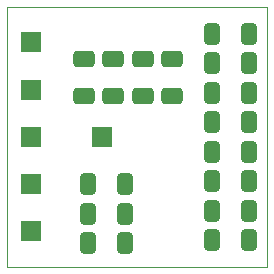
<source format=gts>
G04 #@! TF.GenerationSoftware,KiCad,Pcbnew,(7.0.0)*
G04 #@! TF.CreationDate,2023-03-10T18:26:51+01:00*
G04 #@! TF.ProjectId,CapacitorBox1206,43617061-6369-4746-9f72-426f78313230,rev?*
G04 #@! TF.SameCoordinates,Original*
G04 #@! TF.FileFunction,Soldermask,Top*
G04 #@! TF.FilePolarity,Negative*
%FSLAX46Y46*%
G04 Gerber Fmt 4.6, Leading zero omitted, Abs format (unit mm)*
G04 Created by KiCad (PCBNEW (7.0.0)) date 2023-03-10 18:26:51*
%MOMM*%
%LPD*%
G01*
G04 APERTURE LIST*
G04 Aperture macros list*
%AMRoundRect*
0 Rectangle with rounded corners*
0 $1 Rounding radius*
0 $2 $3 $4 $5 $6 $7 $8 $9 X,Y pos of 4 corners*
0 Add a 4 corners polygon primitive as box body*
4,1,4,$2,$3,$4,$5,$6,$7,$8,$9,$2,$3,0*
0 Add four circle primitives for the rounded corners*
1,1,$1+$1,$2,$3*
1,1,$1+$1,$4,$5*
1,1,$1+$1,$6,$7*
1,1,$1+$1,$8,$9*
0 Add four rect primitives between the rounded corners*
20,1,$1+$1,$2,$3,$4,$5,0*
20,1,$1+$1,$4,$5,$6,$7,0*
20,1,$1+$1,$6,$7,$8,$9,0*
20,1,$1+$1,$8,$9,$2,$3,0*%
G04 Aperture macros list end*
%ADD10RoundRect,0.250000X-0.412500X-0.650000X0.412500X-0.650000X0.412500X0.650000X-0.412500X0.650000X0*%
%ADD11RoundRect,0.250000X-0.650000X0.412500X-0.650000X-0.412500X0.650000X-0.412500X0.650000X0.412500X0*%
%ADD12R,1.700000X1.700000*%
G04 #@! TA.AperFunction,Profile*
%ADD13C,0.100000*%
G04 #@! TD*
G04 APERTURE END LIST*
D10*
X118375000Y-119750000D03*
X121500000Y-119750000D03*
X118375000Y-117250000D03*
X121500000Y-117250000D03*
D11*
X110000000Y-104437500D03*
X110000000Y-107562500D03*
D12*
X102999999Y-114999999D03*
X102999999Y-118999999D03*
D11*
X112500000Y-104437500D03*
X112500000Y-107562500D03*
X107500000Y-104437500D03*
X107500000Y-107562500D03*
D12*
X102999999Y-102999999D03*
X108999999Y-110999999D03*
D10*
X107875000Y-117500000D03*
X111000000Y-117500000D03*
D11*
X115000000Y-104437500D03*
X115000000Y-107562500D03*
D10*
X118375000Y-114750000D03*
X121500000Y-114750000D03*
X118375000Y-104750000D03*
X121500000Y-104750000D03*
D12*
X102999999Y-110999999D03*
D10*
X118375000Y-107250000D03*
X121500000Y-107250000D03*
X118375000Y-102250000D03*
X121500000Y-102250000D03*
X118375000Y-112250000D03*
X121500000Y-112250000D03*
X107875000Y-115000000D03*
X111000000Y-115000000D03*
D12*
X102999999Y-106999999D03*
D10*
X118375000Y-109750000D03*
X121500000Y-109750000D03*
X107875000Y-120000000D03*
X111000000Y-120000000D03*
D13*
X101000000Y-100000000D02*
X123000000Y-100000000D01*
X123000000Y-100000000D02*
X123000000Y-122000000D01*
X123000000Y-122000000D02*
X101000000Y-122000000D01*
X101000000Y-100000000D02*
X101000000Y-122000000D01*
M02*

</source>
